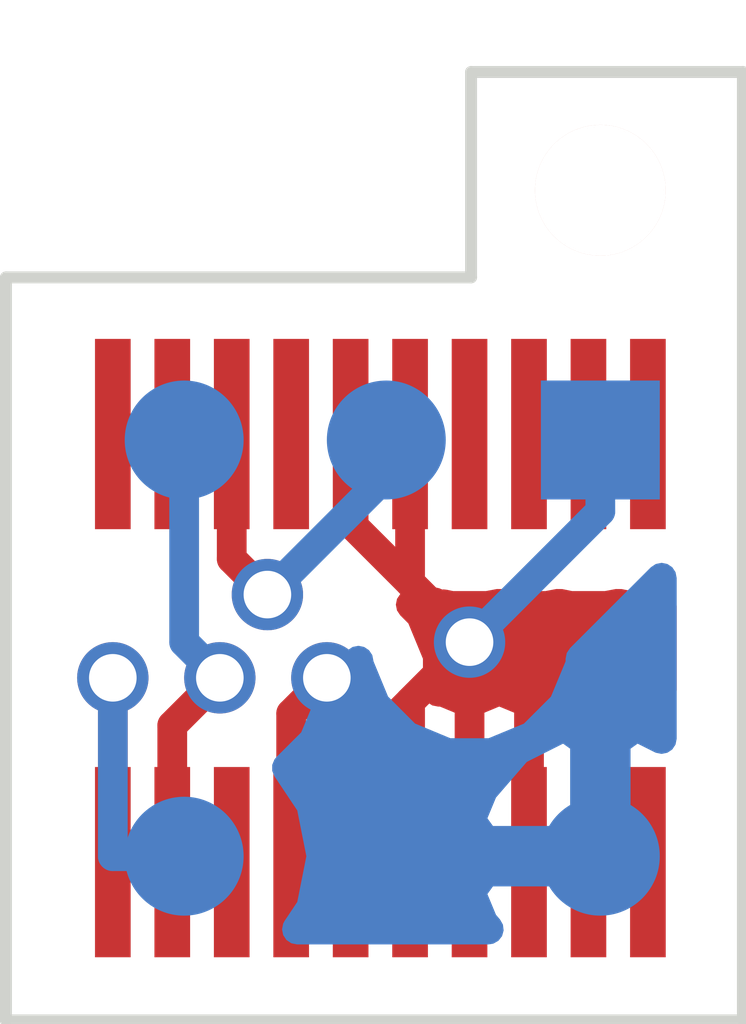
<source format=kicad_pcb>
(kicad_pcb (version 4) (host pcbnew 4.0.7)

  (general
    (links 10)
    (no_connects 0)
    (area 132.547619 106.475 146.852381 121.375)
    (thickness 1.6)
    (drawings 12)
    (tracks 38)
    (zones 0)
    (modules 2)
    (nets 16)
  )

  (page USLetter)
  (title_block
    (title "Camera Conn Mini")
    (date 2017-09-07)
    (rev 1)
  )

  (layers
    (0 F.Cu signal)
    (31 B.Cu signal)
    (32 B.Adhes user hide)
    (33 F.Adhes user)
    (34 B.Paste user hide)
    (35 F.Paste user)
    (36 B.SilkS user hide)
    (37 F.SilkS user)
    (38 B.Mask user hide)
    (39 F.Mask user)
    (40 Dwgs.User user hide)
    (41 Cmts.User user hide)
    (42 Eco1.User user hide)
    (43 Eco2.User user hide)
    (44 Edge.Cuts user)
    (45 Margin user hide)
    (46 B.CrtYd user hide)
    (47 F.CrtYd user hide)
    (48 B.Fab user hide)
    (49 F.Fab user hide)
  )

  (setup
    (last_trace_width 0.25)
    (trace_clearance 0.2)
    (zone_clearance 0.508)
    (zone_45_only no)
    (trace_min 0.2)
    (segment_width 0.2)
    (edge_width 0.1)
    (via_size 0.6)
    (via_drill 0.4)
    (via_min_size 0.4)
    (via_min_drill 0.3)
    (uvia_size 0.3)
    (uvia_drill 0.1)
    (uvias_allowed no)
    (uvia_min_size 0.2)
    (uvia_min_drill 0.1)
    (pcb_text_width 0.3)
    (pcb_text_size 1.5 1.5)
    (mod_edge_width 0.15)
    (mod_text_size 1 1)
    (mod_text_width 0.15)
    (pad_size 1.1 1.1)
    (pad_drill 1.1)
    (pad_to_mask_clearance 0)
    (aux_axis_origin 0 0)
    (visible_elements 7FFF5339)
    (pcbplotparams
      (layerselection 0x01030_80000001)
      (usegerberextensions false)
      (excludeedgelayer true)
      (linewidth 0.100000)
      (plotframeref false)
      (viasonmask false)
      (mode 1)
      (useauxorigin false)
      (hpglpennumber 1)
      (hpglpenspeed 20)
      (hpglpendiameter 15)
      (hpglpenoverlay 2)
      (psnegative false)
      (psa4output false)
      (plotreference true)
      (plotvalue true)
      (plotinvisibletext false)
      (padsonsilk false)
      (subtractmaskfromsilk false)
      (outputformat 1)
      (mirror false)
      (drillshape 0)
      (scaleselection 1)
      (outputdirectory gerber-new/))
  )

  (net 0 "")
  (net 1 "Net-(P1001-Pad1)")
  (net 2 /D+)
  (net 3 "Net-(P1001-Pad3)")
  (net 4 /D-)
  (net 5 /GX2)
  (net 6 "Net-(P1001-Pad6)")
  (net 7 "Net-(P1001-Pad7)")
  (net 8 /+5V)
  (net 9 /GND)
  (net 10 "Net-(P1001-Pad13)")
  (net 11 "Net-(P1001-Pad15)")
  (net 12 "Net-(P1001-Pad17)")
  (net 13 "Net-(P1001-Pad18)")
  (net 14 "Net-(P1001-Pad19)")
  (net 15 "Net-(P1001-Pad20)")

  (net_class Default "This is the default net class."
    (clearance 0.2)
    (trace_width 0.25)
    (via_dia 0.6)
    (via_drill 0.4)
    (uvia_dia 0.3)
    (uvia_drill 0.1)
    (add_net /+5V)
    (add_net /D+)
    (add_net /D-)
    (add_net /GND)
    (add_net /GX2)
    (add_net "Net-(P1001-Pad1)")
    (add_net "Net-(P1001-Pad13)")
    (add_net "Net-(P1001-Pad15)")
    (add_net "Net-(P1001-Pad17)")
    (add_net "Net-(P1001-Pad18)")
    (add_net "Net-(P1001-Pad19)")
    (add_net "Net-(P1001-Pad20)")
    (add_net "Net-(P1001-Pad3)")
    (add_net "Net-(P1001-Pad6)")
    (add_net "Net-(P1001-Pad7)")
  )

  (module footprints:SMD_05_Hole (layer B.Cu) (tedit 59B1C1FC) (tstamp 59B1ABA4)
    (at 139.6 113.9)
    (descr SMD5-H)
    (tags "socket strip")
    (path /573CA4D6)
    (fp_text reference P1002 (at -0.3 6.4) (layer B.SilkS)
      (effects (font (size 1 1) (thickness 0.15)) (justify mirror))
    )
    (fp_text value CONN_01X05 (at -0.3 4.4) (layer B.Fab)
      (effects (font (size 1 1) (thickness 0.15)) (justify mirror))
    )
    (pad 5 smd oval (at 0.2 -2.5) (size 1 1) (layers B.Cu B.Paste B.Mask)
      (net 5 /GX2))
    (pad 1 smd rect (at 2 -2.5) (size 1 1) (layers B.Cu B.Paste B.Mask)
      (net 9 /GND))
    (pad 2 smd oval (at 2 1) (size 1 1) (layers B.Cu B.Paste B.Mask)
      (net 8 /+5V))
    (pad 3 smd oval (at -1.5 -2.5) (size 1 1) (layers B.Cu B.Paste B.Mask)
      (net 2 /D+))
    (pad 4 smd oval (at -1.5 1) (size 1 1) (layers B.Cu B.Paste B.Mask)
      (net 4 /D-))
    (pad "" np_thru_hole circle (at 2 -4.6) (size 1.1 1.1) (drill 1.1) (layers *.Cu *.Mask B.SilkS))
    (model Socket_Strips.3dshapes/Socket_Strip_Straight_2x02.wrl
      (at (xyz 0.05 -0.05 0))
      (scale (xyz 1 1 1))
      (rotate (xyz 0 0 180))
    )
  )

  (module footprints:DF12A-20DS-M (layer F.Cu) (tedit 5A74E565) (tstamp 59B1AB96)
    (at 139.7 107.95)
    (path /57082062)
    (fp_text reference P1001 (at -0.0508 -0.6096) (layer Cmts.User)
      (effects (font (size 1 1) (thickness 0.15)))
    )
    (fp_text value MU9P_MH_CONN_M (at 0.0508 -2.0828) (layer F.Fab)
      (effects (font (size 1 1) (thickness 0.15)))
    )
    (pad 1 smd rect (at -2.2 3.4) (size 0.3 1.6) (layers F.Cu F.Paste F.Mask)
      (net 1 "Net-(P1001-Pad1)"))
    (pad 2 smd rect (at -2.2 7) (size 0.3 1.6) (layers F.Cu F.Paste F.Mask)
      (net 4 /D-))
    (pad 3 smd rect (at -1.7 3.4) (size 0.3 1.6) (layers F.Cu F.Paste F.Mask)
      (net 3 "Net-(P1001-Pad3)"))
    (pad 4 smd rect (at -1.7 7) (size 0.3 1.6) (layers F.Cu F.Paste F.Mask)
      (net 2 /D+))
    (pad 5 smd rect (at -1.2 3.4) (size 0.3 1.6) (layers F.Cu F.Paste F.Mask)
      (net 5 /GX2))
    (pad 6 smd rect (at -1.2 7) (size 0.3 1.6) (layers F.Cu F.Paste F.Mask)
      (net 6 "Net-(P1001-Pad6)"))
    (pad 7 smd rect (at -0.7 3.4) (size 0.3 1.6) (layers F.Cu F.Paste F.Mask)
      (net 7 "Net-(P1001-Pad7)"))
    (pad 8 smd rect (at -0.7 7) (size 0.3 1.6) (layers F.Cu F.Paste F.Mask)
      (net 8 /+5V))
    (pad 9 smd rect (at -0.2 3.4) (size 0.3 1.6) (layers F.Cu F.Paste F.Mask)
      (net 9 /GND))
    (pad 10 smd rect (at -0.2 7) (size 0.3 1.6) (layers F.Cu F.Paste F.Mask)
      (net 9 /GND))
    (pad 11 smd rect (at 0.3 3.4) (size 0.3 1.6) (layers F.Cu F.Paste F.Mask)
      (net 9 /GND))
    (pad 12 smd rect (at 0.3 7) (size 0.3 1.6) (layers F.Cu F.Paste F.Mask)
      (net 9 /GND))
    (pad 13 smd rect (at 0.8 3.4) (size 0.3 1.6) (layers F.Cu F.Paste F.Mask)
      (net 10 "Net-(P1001-Pad13)"))
    (pad 14 smd rect (at 0.8 7) (size 0.3 1.6) (layers F.Cu F.Paste F.Mask)
      (net 9 /GND))
    (pad 15 smd rect (at 1.3 3.4) (size 0.3 1.6) (layers F.Cu F.Paste F.Mask)
      (net 11 "Net-(P1001-Pad15)"))
    (pad 16 smd rect (at 1.3 7) (size 0.3 1.6) (layers F.Cu F.Paste F.Mask)
      (net 9 /GND))
    (pad 17 smd rect (at 1.8 3.4) (size 0.3 1.6) (layers F.Cu F.Paste F.Mask)
      (net 12 "Net-(P1001-Pad17)"))
    (pad 18 smd rect (at 1.8 7) (size 0.3 1.6) (layers F.Cu F.Paste F.Mask)
      (net 13 "Net-(P1001-Pad18)"))
    (pad 19 smd rect (at 2.3 3.4) (size 0.3 1.6) (layers F.Cu F.Paste F.Mask)
      (net 14 "Net-(P1001-Pad19)"))
    (pad 20 smd rect (at 2.3 7) (size 0.3 1.6) (layers F.Cu F.Paste F.Mask)
      (net 15 "Net-(P1001-Pad20)"))
  )

  (gr_line (start 142.7988 116.2812) (end 142.7988 108.3056) (angle 90) (layer Edge.Cuts) (width 0.1))
  (gr_line (start 136.6012 116.2812) (end 142.7988 116.2812) (angle 90) (layer Edge.Cuts) (width 0.1))
  (gr_line (start 136.6012 110.0328) (end 136.6012 116.2812) (angle 90) (layer Edge.Cuts) (width 0.1))
  (gr_line (start 140.5128 110.0328) (end 136.6012 110.0328) (angle 90) (layer Edge.Cuts) (width 0.1))
  (gr_line (start 140.5128 108.3056) (end 140.5128 110.0328) (angle 90) (layer Edge.Cuts) (width 0.1))
  (gr_line (start 142.7988 108.3056) (end 140.5128 108.3056) (angle 90) (layer Edge.Cuts) (width 0.1))
  (dimension 6.200806 (width 0.05) (layer Dwgs.User)
    (gr_text "6.201 mm" (at 136.25 113.1 270.9240454) (layer Dwgs.User)
      (effects (font (size 0.3 0.3) (thickness 0.05)))
    )
    (feature1 (pts (xy 136.3 116.2) (xy 136.3 116.2)))
    (feature2 (pts (xy 136.2 110) (xy 136.2 110)))
    (crossbar (pts (xy 136.2 110) (xy 136.3 116.2)))
    (arrow1a (pts (xy 136.3 116.2) (xy 135.695488 115.0831)))
    (arrow1b (pts (xy 136.3 116.2) (xy 136.868177 115.064186)))
    (arrow2a (pts (xy 136.2 110) (xy 135.631823 111.135814)))
    (arrow2b (pts (xy 136.2 110) (xy 136.804512 111.1169)))
  )
  (gr_text SYN (at 139.8 112.4) (layer B.Mask)
    (effects (font (size 0.5 0.5) (thickness 0.125)) (justify mirror))
  )
  (gr_text D- (at 137.6 114) (layer B.Mask)
    (effects (font (size 0.5 0.5) (thickness 0.125)) (justify mirror))
  )
  (gr_text D+ (at 137.6 112.4) (layer B.Mask)
    (effects (font (size 0.5 0.5) (thickness 0.125)) (justify mirror))
  )
  (gr_text +5V (at 141.7 113.9) (layer B.Mask)
    (effects (font (size 0.5 0.5) (thickness 0.125)) (justify mirror))
  )
  (gr_text GND (at 141.6 112.4) (layer B.Mask)
    (effects (font (size 0.5 0.5) (thickness 0.125)) (justify mirror))
  )

  (segment (start 138 114.95) (end 138 113.8) (width 0.25) (layer F.Cu) (net 2))
  (segment (start 138.1 113.1) (end 138.1 111.4) (width 0.25) (layer B.Cu) (net 2) (tstamp 59B1B8B4))
  (segment (start 138.4 113.4) (end 138.1 113.1) (width 0.25) (layer B.Cu) (net 2) (tstamp 59B1B8B3))
  (via (at 138.4 113.4) (size 0.6) (drill 0.4) (layers F.Cu B.Cu) (net 2))
  (segment (start 138 113.8) (end 138.4 113.4) (width 0.25) (layer F.Cu) (net 2) (tstamp 59B1B8AB))
  (segment (start 137.5 114.95) (end 137.5 113.4) (width 0.25) (layer F.Cu) (net 4))
  (segment (start 137.5 114.9) (end 138.1 114.9) (width 0.25) (layer B.Cu) (net 4) (tstamp 59B1B897))
  (segment (start 137.5 113.4) (end 137.5 114.9) (width 0.25) (layer B.Cu) (net 4) (tstamp 59B1B896))
  (via (at 137.5 113.4) (size 0.6) (drill 0.4) (layers F.Cu B.Cu) (net 4))
  (segment (start 138.5 111.35) (end 138.5 112.4) (width 0.25) (layer F.Cu) (net 5))
  (segment (start 138.8 112.7) (end 139.8 111.7) (width 0.25) (layer B.Cu) (net 5) (tstamp 59B1B911))
  (via (at 138.8 112.7) (size 0.6) (drill 0.4) (layers F.Cu B.Cu) (net 5))
  (segment (start 138.5 112.4) (end 138.8 112.7) (width 0.25) (layer F.Cu) (net 5) (tstamp 59B1B90C))
  (segment (start 139.8 111.7) (end 139.8 111.4) (width 0.25) (layer B.Cu) (net 5) (tstamp 59B1B912))
  (segment (start 139 114.95) (end 139 113.7) (width 0.25) (layer F.Cu) (net 8))
  (segment (start 139.4 114.9) (end 141.6 114.9) (width 0.25) (layer B.Cu) (net 8) (tstamp 59B1B8FC))
  (segment (start 139.3 115) (end 139.4 114.9) (width 0.25) (layer B.Cu) (net 8) (tstamp 59B1B8F8))
  (segment (start 139.3 113.4) (end 139.3 115) (width 0.25) (layer B.Cu) (net 8) (tstamp 59B1B8F7))
  (via (at 139.3 113.4) (size 0.6) (drill 0.4) (layers F.Cu B.Cu) (net 8))
  (segment (start 139 113.7) (end 139.3 113.4) (width 0.25) (layer F.Cu) (net 8) (tstamp 59B1B8ED))
  (segment (start 139.5 111.35) (end 139.5 112.1) (width 0.25) (layer F.Cu) (net 9))
  (segment (start 139.5 112.1) (end 140.5 113.1) (width 0.25) (layer F.Cu) (net 9) (tstamp 59B1BD3E))
  (segment (start 139.5 114.95) (end 139.5 114.1) (width 0.25) (layer F.Cu) (net 9))
  (segment (start 139.5 114.1) (end 140.5 113.1) (width 0.25) (layer F.Cu) (net 9) (tstamp 59B1BD2D))
  (segment (start 140 114.95) (end 140 113.6) (width 0.25) (layer F.Cu) (net 9))
  (segment (start 140 113.6) (end 140.5 113.1) (width 0.25) (layer F.Cu) (net 9) (tstamp 59B1BD20))
  (segment (start 141 114.95) (end 141 113.6) (width 0.25) (layer F.Cu) (net 9))
  (segment (start 141 113.6) (end 140.5 113.1) (width 0.25) (layer F.Cu) (net 9) (tstamp 59B1BD1B))
  (segment (start 140 111.35) (end 140 112.6) (width 0.25) (layer F.Cu) (net 9))
  (segment (start 140 112.6) (end 140.5 113.1) (width 0.25) (layer F.Cu) (net 9) (tstamp 59B1B941))
  (segment (start 140.5 114.95) (end 140.5 113.1) (width 0.25) (layer F.Cu) (net 9))
  (segment (start 141.6 112) (end 141.6 111.4) (width 0.25) (layer B.Cu) (net 9) (tstamp 59B1B933))
  (segment (start 140.5 113.1) (end 141.6 112) (width 0.25) (layer B.Cu) (net 9) (tstamp 59B1B932))
  (via (at 140.5 113.1) (size 0.6) (drill 0.4) (layers F.Cu B.Cu) (net 9))
  (segment (start 139.5 111.35) (end 140 111.35) (width 0.25) (layer F.Cu) (net 9) (status 30))
  (segment (start 140 114.95) (end 139.5 114.95) (width 0.25) (layer F.Cu) (net 9) (status 30))
  (segment (start 140.5 114.95) (end 140 114.95) (width 0.25) (layer F.Cu) (net 9) (status 30))
  (segment (start 141 114.95) (end 140.5 114.95) (width 0.25) (layer F.Cu) (net 9) (status 30))

  (zone (net 9) (net_name /GND) (layer F.Cu) (tstamp 59B1BC38) (hatch edge 0.508)
    (connect_pads (clearance 0.508))
    (min_thickness 0.254)
    (fill yes (arc_segments 16) (thermal_gap 0.508) (thermal_bridge_width 0.508))
    (polygon
      (pts
        (xy 136.9 110.2) (xy 136.9 116.1) (xy 142.6 116.1) (xy 142.6 110.2)
      )
    )
    (filled_polygon
      (pts
        (xy 140.21983 112.77108) (xy 140.23375 112.785) (xy 140.276309 112.785) (xy 140.280335 112.783332) (xy 140.35 112.79744)
        (xy 140.65 112.79744) (xy 140.753671 112.777933) (xy 140.85 112.79744) (xy 141.15 112.79744) (xy 141.253671 112.777933)
        (xy 141.35 112.79744) (xy 141.65 112.79744) (xy 141.753671 112.777933) (xy 141.85 112.79744) (xy 142.115 112.79744)
        (xy 142.115 113.50256) (xy 141.85 113.50256) (xy 141.746329 113.522067) (xy 141.65 113.50256) (xy 141.35 113.50256)
        (xy 141.278676 113.515981) (xy 141.276309 113.515) (xy 141.23375 113.515) (xy 141.222129 113.526621) (xy 141.114683 113.546838)
        (xy 141.011354 113.613329) (xy 141.009698 113.611673) (xy 140.776309 113.515) (xy 140.723691 113.515) (xy 140.5 113.607656)
        (xy 140.276309 113.515) (xy 140.234901 113.515) (xy 140.235162 113.214833) (xy 140.093117 112.871057) (xy 140.00721 112.785)
        (xy 140.127002 112.785) (xy 140.127002 112.752282)
      )
    )
  )
  (zone (net 8) (net_name /+5V) (layer B.Cu) (tstamp 59B1BC79) (hatch edge 0.508)
    (connect_pads (clearance 0.508))
    (min_thickness 0.254)
    (fill yes (arc_segments 16) (thermal_gap 0.508) (thermal_bridge_width 0.508))
    (polygon
      (pts
        (xy 136.9 116.1) (xy 136.9 110.2) (xy 142.6 110.2) (xy 142.6 116.1)
      )
    )
    (filled_polygon
      (pts
        (xy 142.115 113.912939) (xy 141.901877 113.805868) (xy 141.727 113.930865) (xy 141.727 114.773) (xy 141.747 114.773)
        (xy 141.747 115.027) (xy 141.727 115.027) (xy 141.727 115.047) (xy 141.473 115.047) (xy 141.473 115.027)
        (xy 140.632046 115.027) (xy 140.505881 115.201874) (xy 140.612873 115.460209) (xy 140.66021 115.515) (xy 139.05013 115.515)
        (xy 139.170839 115.334346) (xy 139.257236 114.9) (xy 139.19719 114.598126) (xy 140.505881 114.598126) (xy 140.632046 114.773)
        (xy 141.473 114.773) (xy 141.473 113.930865) (xy 141.298123 113.805868) (xy 140.902396 114.004677) (xy 140.612873 114.339791)
        (xy 140.505881 114.598126) (xy 139.19719 114.598126) (xy 139.170839 114.465654) (xy 138.964811 114.157312) (xy 139.192192 113.930327)
        (xy 139.334838 113.586799) (xy 139.334925 113.487146) (xy 139.564862 113.257609) (xy 139.564838 113.285167) (xy 139.706883 113.628943)
        (xy 139.969673 113.892192) (xy 140.313201 114.034838) (xy 140.685167 114.035162) (xy 141.028943 113.893117) (xy 141.292192 113.630327)
        (xy 141.434838 113.286799) (xy 141.434879 113.239923) (xy 142.115 112.559802)
      )
    )
  )
)

</source>
